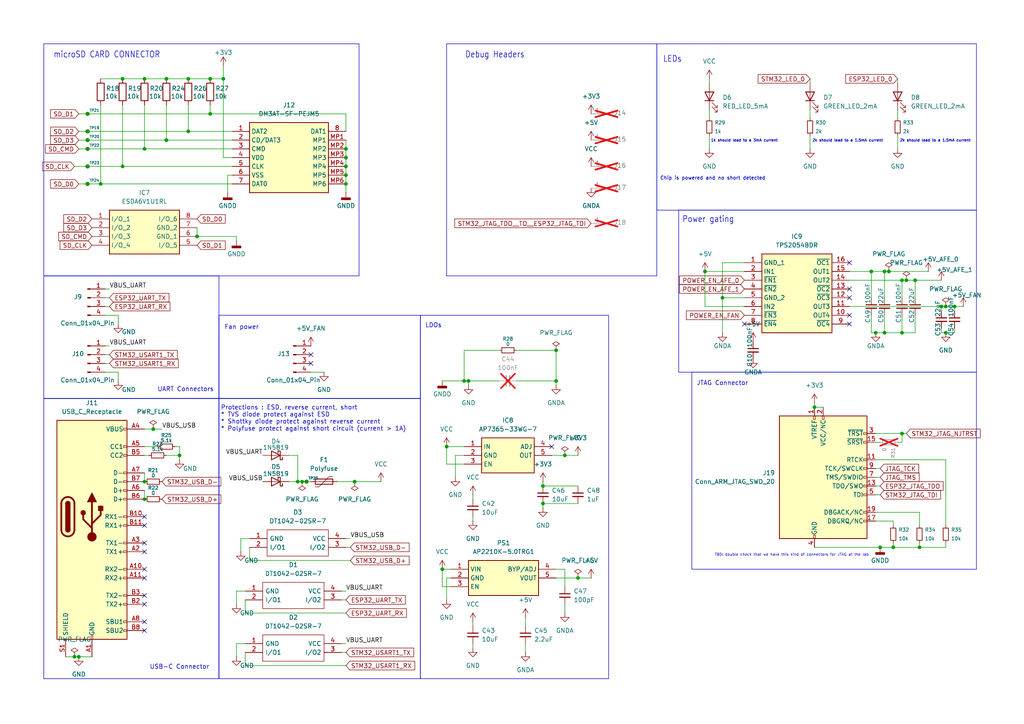
<source format=kicad_sch>
(kicad_sch (version 20250114) (generator "eeschema") (generator_version "9.0")
  (paper "A4")
  (title_block (title "Toxic_Detection_PCB") (date "2026-02-12") (rev "4.1") (company "Company: LNIS") (comment 4 "Author: Paul Capgras"))
  (rectangle (start 190.5 12.7) (end 283.21 60.96))
  (rectangle (start 63.5 115.57) (end 121.92 196.85))
  (rectangle (start 200.66 107.95) (end 283.21 165.1))
  (rectangle (start 12.7 115.57) (end 63.5 196.85))
  (rectangle (start 12.7 12.7) (end 104.14 80.01))
  (rectangle (start 129.54 12.7) (end 190.5 80.01))
  (rectangle (start 196.85 60.96) (end 283.21 107.95))
  (rectangle (start 63.5 91.44) (end 121.92 115.57))
  (rectangle (start 121.92 91.44) (end 176.53 196.85))
  (rectangle (start 12.7 80.01) (end 63.5 115.57))
  (text "Chip is powered and no short detected" (at 206.756 51.816 0) (effects (font (size 1.016 1.016))))
  (text "2k should lead to a 1.5mA current" (at 245.872 40.894 0) (effects (font (size 0.762 0.762))))
  (text "TBD: double check that we have this kind of connectors for JTAG at the lab" (at 229.616 161.036 0) (effects (font (size 0.762 0.762) (thickness 0.0953))))
  (text "LDOs" (at 125.73 94.488 0) (effects (font (size 1.27 1.27))))
  (text "LEDs" (at 192.278 18.288 0) (effects (font (size 1.778 1.5113)) (justify left bottom)))
  (text "Protections : ESD, reverse current, short\n* TVS diode protect against ESD\n* Shottky diode protect against reverse current\n* Polyfuse protect against short circuit (current > 1A)" (at 64.008 125.222 0) (effects (font (size 1.27 1.27)) (justify left bottom)))
  (text "JTAG Connector" (at 209.55 111.252 0) (effects (font (size 1.27 1.27))))
  (text "Fan power" (at 70.104 94.996 0) (effects (font (size 1.27 1.27))))
  (text "Debug Headers" (at 134.874 17.018 0) (effects (font (size 1.778 1.5113)) (justify left bottom)))
  (text "1k should lead to a 3mA current" (at 215.9 40.894 0) (effects (font (size 0.762 0.762))))
  (text "UART Connectors" (at 53.848 113.03 0) (effects (font (size 1.27 1.27))))
  (text "Power gating" (at 197.866 64.77 0) (effects (font (size 1.778 1.5113)) (justify left bottom)))
  (text "USB-C Connector" (at 52.07 193.548 0) (effects (font (size 1.27 1.27))))
  (text "microSD CARD CONNECTOR" (at 15.494 17.018 0) (effects (font (size 1.778 1.5113)) (justify left bottom)))
  (text "2k should lead to a 1.5mA current" (at 271.272 40.894 0) (effects (font (size 0.762 0.762))))
  (junction (at 276.86 88.9))
  (junction (at 161.29 101.6))
  (junction (at 48.26 40.64))
  (junction (at 255.27 158.75))
  (junction (at 256.54 78.74))
  (junction (at 25.4 43.18))
  (junction (at 128.27 165.1))
  (junction (at 100.33 48.26))
  (junction (at 259.08 158.75))
  (junction (at 35.56 48.26))
  (junction (at 273.05 88.9))
  (junction (at 161.29 110.49))
  (junction (at 60.96 33.02))
  (junction (at 261.62 81.28))
  (junction (at 256.54 96.52))
  (junction (at 60.96 22.86))
  (junction (at 252.73 78.74))
  (junction (at 167.64 167.64))
  (junction (at 57.15 68.58))
  (junction (at 261.62 125.73))
  (junction (at 64.77 22.86))
  (junction (at 257.81 78.74))
  (junction (at 135.89 110.49))
  (junction (at 88.9 139.7))
  (junction (at 100.33 45.72))
  (junction (at 25.4 33.02))
  (junction (at 204.47 78.74))
  (junction (at 21.59 190.5))
  (junction (at 25.4 48.26))
  (junction (at 25.4 53.34))
  (junction (at 54.61 22.86))
  (junction (at 134.62 110.49))
  (junction (at 48.26 22.86))
  (junction (at 86.36 139.7))
  (junction (at 266.7 158.75))
  (junction (at 41.91 22.86))
  (junction (at 29.21 53.34))
  (junction (at 261.62 96.52))
  (junction (at 87.63 139.7))
  (junction (at 52.07 132.08))
  (junction (at 209.55 86.36))
  (junction (at 157.48 146.05))
  (junction (at 22.86 190.5))
  (junction (at 41.91 43.18))
  (junction (at 157.48 140.97))
  (junction (at 163.83 132.08))
  (junction (at 100.33 53.34))
  (junction (at 25.4 38.1))
  (junction (at 41.91 144.78))
  (junction (at 41.91 139.7))
  (junction (at 262.89 81.28))
  (junction (at 274.32 96.52))
  (junction (at 102.87 139.7))
  (junction (at 100.33 50.8))
  (junction (at 35.56 22.86))
  (junction (at 236.22 118.11))
  (junction (at 25.4 40.64))
  (junction (at 54.61 38.1))
  (junction (at 100.33 43.18))
  (junction (at 44.45 124.46))
  (junction (at 265.43 81.28))
  (junction (at 129.54 129.54))
  (junction (at 274.32 88.9))
  (junction (at 254 96.52))
  (no_connect (at 41.91 149.86))
  (no_connect (at 41.91 165.1))
  (no_connect (at 41.91 160.02))
  (no_connect (at 215.9 93.98))
  (no_connect (at 90.17 102.87))
  (no_connect (at 41.91 167.64))
  (no_connect (at 90.17 105.41))
  (no_connect (at 41.91 180.34))
  (no_connect (at 246.38 86.36))
  (no_connect (at 41.91 157.48))
  (no_connect (at 160.02 129.54))
  (no_connect (at 41.91 152.4))
  (no_connect (at 246.38 91.44))
  (no_connect (at 41.91 182.88))
  (no_connect (at 246.38 76.2))
  (no_connect (at 246.38 93.98))
  (no_connect (at 246.38 83.82))
  (no_connect (at 41.91 175.26))
  (no_connect (at 41.91 172.72))
  (wire (pts (xy 259.08 158.75) (xy 266.7 158.75)))
  (wire (pts (xy 52.07 129.54) (xy 52.07 132.08)))
  (wire (pts (xy 137.16 151.13) (xy 137.16 149.86)))
  (wire (pts (xy 52.07 133.35) (xy 52.07 132.08)))
  (wire (pts (xy 215.9 88.9) (xy 204.47 88.9)))
  (wire (pts (xy 255.27 140.97) (xy 254 140.97)))
  (wire (pts (xy 41.91 142.24) (xy 41.91 144.78)))
  (wire (pts (xy 137.16 144.78) (xy 137.16 143.51)))
  (wire (pts (xy 274.32 133.35) (xy 274.32 152.4)))
  (wire (pts (xy 260.35 22.86) (xy 260.35 24.13)))
  (wire (pts (xy 161.29 110.49) (xy 161.29 111.76)))
  (wire (pts (xy 274.32 96.52) (xy 273.05 96.52)))
  (wire (pts (xy 25.4 43.18) (xy 41.91 43.18)))
  (wire (pts (xy 48.26 40.64) (xy 67.31 40.64)))
  (wire (pts (xy 260.35 31.75) (xy 260.35 34.29)))
  (wire (pts (xy 255.27 143.51) (xy 254 143.51)))
  (wire (pts (xy 273.05 95.25) (xy 273.05 96.52)))
  (wire (pts (xy 128.27 110.49) (xy 134.62 110.49)))
  (wire (pts (xy 255.27 158.75) (xy 259.08 158.75)))
  (wire (pts (xy 64.77 22.86) (xy 64.77 45.72)))
  (wire (pts (xy 100.33 173.99) (xy 99.06 173.99)))
  (wire (pts (xy 50.8 129.54) (xy 52.07 129.54)))
  (wire (pts (xy 101.6 158.75) (xy 100.33 158.75)))
  (wire (pts (xy 68.58 186.69) (xy 71.12 186.69)))
  (wire (pts (xy 261.62 128.27) (xy 261.62 125.73)))
  (wire (pts (xy 246.38 88.9) (xy 273.05 88.9)))
  (wire (pts (xy 129.54 129.54) (xy 134.62 129.54)))
  (wire (pts (xy 34.29 91.44) (xy 34.29 93.98)))
  (wire (pts (xy 46.99 124.46) (xy 44.45 124.46)))
  (wire (pts (xy 276.86 95.25) (xy 276.86 96.52)))
  (wire (pts (xy 52.07 132.08) (xy 48.26 132.08)))
  (wire (pts (xy 160.02 132.08) (xy 163.83 132.08)))
  (wire (pts (xy 71.12 189.23) (xy 71.12 193.04)))
  (wire (pts (xy 66.04 55.88) (xy 66.04 50.8)))
  (wire (pts (xy 252.73 86.36) (xy 252.73 78.74)))
  (wire (pts (xy 22.86 53.34) (xy 25.4 53.34)))
  (wire (pts (xy 22.86 33.02) (xy 25.4 33.02)))
  (wire (pts (xy 128.27 170.18) (xy 128.27 165.1)))
  (wire (pts (xy 236.22 158.75) (xy 255.27 158.75)))
  (wire (pts (xy 256.54 96.52) (xy 254 96.52)))
  (wire (pts (xy 261.62 81.28) (xy 261.62 86.36)))
  (wire (pts (xy 269.24 78.74) (xy 257.81 78.74)))
  (wire (pts (xy 101.6 156.21) (xy 100.33 156.21)))
  (wire (pts (xy 234.95 39.37) (xy 234.95 43.18)))
  (wire (pts (xy 41.91 43.18) (xy 67.31 43.18)))
  (wire (pts (xy 21.59 190.5) (xy 22.86 190.5)))
  (wire (pts (xy 41.91 30.48) (xy 41.91 43.18)))
  (wire (pts (xy 100.33 186.69) (xy 99.06 186.69)))
  (wire (pts (xy 29.21 30.48) (xy 29.21 53.34)))
  (wire (pts (xy 60.96 30.48) (xy 60.96 33.02)))
  (wire (pts (xy 205.74 22.86) (xy 205.74 24.13)))
  (wire (pts (xy 68.58 69.85) (xy 68.58 68.58)))
  (wire (pts (xy 44.45 124.46) (xy 41.91 124.46)))
  (wire (pts (xy 157.48 140.97) (xy 157.48 139.7)))
  (wire (pts (xy 86.36 139.7) (xy 87.63 139.7)))
  (wire (pts (xy 274.32 88.9) (xy 276.86 88.9)))
  (wire (pts (xy 157.48 146.05) (xy 167.64 146.05)))
  (wire (pts (xy 64.77 19.05) (xy 64.77 22.86)))
  (wire (pts (xy 45.72 129.54) (xy 41.91 129.54)))
  (wire (pts (xy 64.77 45.72) (xy 67.31 45.72)))
  (wire (pts (xy 132.08 132.08) (xy 134.62 132.08)))
  (wire (pts (xy 48.26 22.86) (xy 54.61 22.86)))
  (wire (pts (xy 35.56 48.26) (xy 67.31 48.26)))
  (wire (pts (xy 259.08 151.13) (xy 259.08 152.4)))
  (wire (pts (xy 25.4 38.1) (xy 54.61 38.1)))
  (wire (pts (xy 100.33 53.34) (xy 100.33 55.88)))
  (wire (pts (xy 262.89 125.73) (xy 261.62 125.73)))
  (wire (pts (xy 57.15 66.04) (xy 57.15 68.58)))
  (wire (pts (xy 68.58 171.45) (xy 71.12 171.45)))
  (wire (pts (xy 129.54 173.99) (xy 129.54 167.64)))
  (wire (pts (xy 252.73 91.44) (xy 252.73 96.52)))
  (wire (pts (xy 265.43 81.28) (xy 273.05 81.28)))
  (wire (pts (xy 266.7 158.75) (xy 274.32 158.75)))
  (wire (pts (xy 234.95 22.86) (xy 234.95 24.13)))
  (wire (pts (xy 246.38 78.74) (xy 252.73 78.74)))
  (wire (pts (xy 34.29 107.95) (xy 34.29 110.49)))
  (wire (pts (xy 31.75 86.36) (xy 30.48 86.36)))
  (wire (pts (xy 100.33 43.18) (xy 100.33 45.72)))
  (wire (pts (xy 100.33 50.8) (xy 100.33 53.34)))
  (wire (pts (xy 21.59 48.26) (xy 25.4 48.26)))
  (wire (pts (xy 100.33 48.26) (xy 100.33 50.8)))
  (wire (pts (xy 71.12 193.04) (xy 100.33 193.04)))
  (wire (pts (xy 205.74 31.75) (xy 205.74 34.29)))
  (wire (pts (xy 25.4 33.02) (xy 60.96 33.02)))
  (wire (pts (xy 137.16 181.61) (xy 137.16 180.34)))
  (wire (pts (xy 134.62 101.6) (xy 134.62 110.49)))
  (wire (pts (xy 254 133.35) (xy 274.32 133.35)))
  (wire (pts (xy 68.58 68.58) (xy 57.15 68.58)))
  (wire (pts (xy 31.75 83.82) (xy 30.48 83.82)))
  (wire (pts (xy 48.26 30.48) (xy 48.26 40.64)))
  (wire (pts (xy 246.38 81.28) (xy 261.62 81.28)))
  (wire (pts (xy 261.62 91.44) (xy 261.62 96.52)))
  (wire (pts (xy 274.32 158.75) (xy 274.32 157.48)))
  (wire (pts (xy 163.83 165.1) (xy 163.83 170.18)))
  (wire (pts (xy 86.36 132.08) (xy 86.36 139.7)))
  (wire (pts (xy 54.61 38.1) (xy 67.31 38.1)))
  (wire (pts (xy 261.62 96.52) (xy 256.54 96.52)))
  (wire (pts (xy 276.86 96.52) (xy 274.32 96.52)))
  (wire (pts (xy 266.7 157.48) (xy 266.7 158.75)))
  (wire (pts (xy 236.22 118.11) (xy 238.76 118.11)))
  (wire (pts (xy 30.48 107.95) (xy 34.29 107.95)))
  (wire (pts (xy 31.75 102.87) (xy 30.48 102.87)))
  (wire (pts (xy 273.05 90.17) (xy 273.05 88.9)))
  (wire (pts (xy 22.86 40.64) (xy 25.4 40.64)))
  (wire (pts (xy 35.56 22.86) (xy 41.91 22.86)))
  (wire (pts (xy 29.21 53.34) (xy 67.31 53.34)))
  (wire (pts (xy 100.33 171.45) (xy 99.06 171.45)))
  (wire (pts (xy 163.83 132.08) (xy 167.64 132.08)))
  (wire (pts (xy 35.56 30.48) (xy 35.56 48.26)))
  (wire (pts (xy 274.32 88.9) (xy 273.05 88.9)))
  (wire (pts (xy 254 151.13) (xy 259.08 151.13)))
  (wire (pts (xy 265.43 91.44) (xy 265.43 96.52)))
  (wire (pts (xy 276.86 88.9) (xy 279.4 88.9)))
  (wire (pts (xy 25.4 48.26) (xy 35.56 48.26)))
  (wire (pts (xy 266.7 148.59) (xy 266.7 152.4)))
  (wire (pts (xy 66.04 50.8) (xy 67.31 50.8)))
  (wire (pts (xy 25.4 40.64) (xy 48.26 40.64)))
  (wire (pts (xy 152.4 186.69) (xy 152.4 189.23)))
  (wire (pts (xy 254 148.59) (xy 266.7 148.59)))
  (wire (pts (xy 134.62 134.62) (xy 129.54 134.62)))
  (wire (pts (xy 276.86 88.9) (xy 276.86 90.17)))
  (wire (pts (xy 161.29 167.64) (xy 167.64 167.64)))
  (wire (pts (xy 88.9 139.7) (xy 90.17 139.7)))
  (wire (pts (xy 261.62 125.73) (xy 254 125.73)))
  (wire (pts (xy 209.55 76.2) (xy 209.55 86.36)))
  (wire (pts (xy 205.74 39.37) (xy 205.74 43.18)))
  (wire (pts (xy 31.75 105.41) (xy 30.48 105.41)))
  (wire (pts (xy 41.91 137.16) (xy 41.91 139.7)))
  (wire (pts (xy 100.33 45.72) (xy 100.33 48.26)))
  (wire (pts (xy 157.48 147.32) (xy 157.48 146.05)))
  (wire (pts (xy 87.63 139.7) (xy 88.9 139.7)))
  (wire (pts (xy 22.86 38.1) (xy 25.4 38.1)))
  (wire (pts (xy 137.16 187.96) (xy 137.16 186.69)))
  (wire (pts (xy 256.54 78.74) (xy 256.54 86.36)))
  (wire (pts (xy 68.58 190.5) (xy 68.58 186.69)))
  (wire (pts (xy 134.62 110.49) (xy 135.89 110.49)))
  (wire (pts (xy 204.47 78.74) (xy 215.9 78.74)))
  (wire (pts (xy 161.29 101.6) (xy 161.29 110.49)))
  (wire (pts (xy 129.54 134.62) (xy 129.54 129.54)))
  (wire (pts (xy 257.81 78.74) (xy 256.54 78.74)))
  (wire (pts (xy 215.9 76.2) (xy 209.55 76.2)))
  (wire (pts (xy 72.39 158.75) (xy 72.39 162.56)))
  (wire (pts (xy 256.54 78.74) (xy 252.73 78.74)))
  (wire (pts (xy 255.27 138.43) (xy 254 138.43)))
  (wire (pts (xy 157.48 140.97) (xy 167.64 140.97)))
  (wire (pts (xy 22.86 43.18) (xy 25.4 43.18)))
  (wire (pts (xy 149.86 110.49) (xy 161.29 110.49)))
  (wire (pts (xy 93.98 107.95) (xy 90.17 107.95)))
  (wire (pts (xy 144.78 101.6) (xy 134.62 101.6)))
  (wire (pts (xy 255.27 135.89) (xy 254 135.89)))
  (wire (pts (xy 31.75 88.9) (xy 30.48 88.9)))
  (wire (pts (xy 262.89 81.28) (xy 265.43 81.28)))
  (wire (pts (xy 97.79 139.7) (xy 102.87 139.7)))
  (wire (pts (xy 236.22 116.84) (xy 236.22 118.11)))
  (wire (pts (xy 71.12 173.99) (xy 71.12 177.8)))
  (wire (pts (xy 129.54 167.64) (xy 130.81 167.64)))
  (wire (pts (xy 54.61 22.86) (xy 60.96 22.86)))
  (wire (pts (xy 22.86 190.5) (xy 26.67 190.5)))
  (wire (pts (xy 68.58 175.26) (xy 68.58 171.45)))
  (wire (pts (xy 60.96 22.86) (xy 64.77 22.86)))
  (wire (pts (xy 72.39 162.56) (xy 101.6 162.56)))
  (wire (pts (xy 209.55 96.52) (xy 209.55 86.36)))
  (wire (pts (xy 128.27 165.1) (xy 130.81 165.1)))
  (wire (pts (xy 29.21 22.86) (xy 35.56 22.86)))
  (wire (pts (xy 100.33 38.1) (xy 100.33 33.02)))
  (wire (pts (xy 19.05 190.5) (xy 21.59 190.5)))
  (wire (pts (xy 69.85 156.21) (xy 72.39 156.21)))
  (wire (pts (xy 30.48 91.44) (xy 34.29 91.44)))
  (wire (pts (xy 43.18 132.08) (xy 41.91 132.08)))
  (wire (pts (xy 71.12 177.8) (xy 100.33 177.8)))
  (wire (pts (xy 261.62 81.28) (xy 262.89 81.28)))
  (wire (pts (xy 209.55 86.36) (xy 215.9 86.36)))
  (wire (pts (xy 260.35 128.27) (xy 261.62 128.27)))
  (wire (pts (xy 167.64 167.64) (xy 171.45 167.64)))
  (wire (pts (xy 135.89 111.76) (xy 135.89 110.49)))
  (wire (pts (xy 135.89 110.49) (xy 144.78 110.49)))
  (wire (pts (xy 54.61 30.48) (xy 54.61 38.1)))
  (wire (pts (xy 130.81 170.18) (xy 128.27 170.18)))
  (wire (pts (xy 100.33 40.64) (xy 100.33 43.18)))
  (wire (pts (xy 256.54 91.44) (xy 256.54 96.52)))
  (wire (pts (xy 69.85 160.02) (xy 69.85 156.21)))
  (wire (pts (xy 260.35 39.37) (xy 260.35 43.18)))
  (wire (pts (xy 252.73 96.52) (xy 254 96.52)))
  (wire (pts (xy 265.43 81.28) (xy 265.43 86.36)))
  (wire (pts (xy 100.33 189.23) (xy 99.06 189.23)))
  (wire (pts (xy 265.43 96.52) (xy 261.62 96.52)))
  (wire (pts (xy 83.82 139.7) (xy 86.36 139.7)))
  (wire (pts (xy 41.91 22.86) (xy 48.26 22.86)))
  (wire (pts (xy 102.87 139.7) (xy 110.49 139.7)))
  (wire (pts (xy 259.08 157.48) (xy 259.08 158.75)))
  (wire (pts (xy 132.08 138.43) (xy 132.08 132.08)))
  (wire (pts (xy 161.29 165.1) (xy 163.83 165.1)))
  (wire (pts (xy 83.82 132.08) (xy 86.36 132.08)))
  (wire (pts (xy 234.95 31.75) (xy 234.95 34.29)))
  (wire (pts (xy 204.47 88.9) (xy 204.47 78.74)))
  (wire (pts (xy 60.96 33.02) (xy 100.33 33.02)))
  (wire (pts (xy 254 128.27) (xy 255.27 128.27)))
  (wire (pts (xy 152.4 179.07) (xy 152.4 181.61)))
  (wire (pts (xy 149.86 101.6) (xy 161.29 101.6)))
  (wire (pts (xy 31.75 100.33) (xy 30.48 100.33)))
  (wire (pts (xy 25.4 53.34) (xy 29.21 53.34)))
  (wire (pts (xy 163.83 177.8) (xy 163.83 175.26)))
  (label "VBUS_UART" (at 76.2 132.08 180))
  (label "VBUS_USB" (at 46.99 124.46 0))
  (label "VBUS_UART" (at 100.33 186.69 0))
  (label "VBUS_UART" (at 31.75 83.82 0))
  (label "VBUS_USB" (at 76.2 139.7 180))
  (label "VBUS_UART" (at 100.33 171.45 0))
  (label "VBUS_USB" (at 101.6 156.21 0))
  (label "VBUS_UART" (at 31.75 100.33 0))
  (global_label "STM32_USART1_RX" (shape input) (at 31.75 105.41 0) (property "Intersheetrefs" "${INTERSHEET_REFS}" (effects (hide yes))))
  (global_label "STM32_LED_0" (shape input) (at 234.95 22.86 180) (property "Intersheetrefs" "${INTERSHEET_REFS}" (effects (hide yes))))
  (global_label "ESP32_UART_RX" (shape input) (at 31.75 88.9 0) (property "Intersheetrefs" "${INTERSHEET_REFS}" (effects (hide yes))))
  (global_label "SD_CMD" (shape input) (at 22.86 43.18 180) (effects (font (size 1.2446 1.2446))) (property "Intersheetrefs" "${INTERSHEET_REFS}" (effects (hide yes))))
  (global_label "ESP32_JTAG_TDO" (shape input) (at 255.27 140.97 0) (property "Intersheetrefs" "${INTERSHEET_REFS}" (effects (hide yes))))
  (global_label "ESP32_LED_0" (shape input) (at 260.35 22.86 180) (property "Intersheetrefs" "${INTERSHEET_REFS}" (effects (hide yes))))
  (global_label "SD_CLK" (shape input) (at 21.59 48.26 180) (effects (font (size 1.2446 1.2446))) (property "Intersheetrefs" "${INTERSHEET_REFS}" (effects (hide yes))))
  (global_label "SD_D0" (shape input) (at 22.86 53.34 180) (effects (font (size 1.2446 1.2446))) (property "Intersheetrefs" "${INTERSHEET_REFS}" (effects (hide yes))))
  (global_label "SD_D3" (shape input) (at 22.86 40.64 180) (effects (font (size 1.2446 1.2446))) (property "Intersheetrefs" "${INTERSHEET_REFS}" (effects (hide yes))))
  (global_label "STM32_USB_D-" (shape input) (at 46.99 139.7 0) (property "Intersheetrefs" "${INTERSHEET_REFS}" (effects (hide yes))))
  (global_label "SD_D1" (shape input) (at 22.86 33.02 180) (effects (font (size 1.2446 1.2446))) (property "Intersheetrefs" "${INTERSHEET_REFS}" (effects (hide yes))))
  (global_label "STM32_USB_D-" (shape input) (at 101.6 158.75 0) (property "Intersheetrefs" "${INTERSHEET_REFS}" (effects (hide yes))))
  (global_label "SD_D1" (shape input) (at 57.15 71.12 0) (effects (font (size 1.2446 1.2446))) (property "Intersheetrefs" "${INTERSHEET_REFS}" (effects (hide yes))))
  (global_label "STM32_USART1_RX" (shape input) (at 100.33 193.04 0) (property "Intersheetrefs" "${INTERSHEET_REFS}" (effects (hide yes))))
  (global_label "JTAG_TCK" (shape input) (at 255.27 135.89 0) (property "Intersheetrefs" "${INTERSHEET_REFS}" (effects (hide yes))))
  (global_label "ESP32_UART_TX" (shape input) (at 31.75 86.36 0) (property "Intersheetrefs" "${INTERSHEET_REFS}" (effects (hide yes))))
  (global_label "SD_D2" (shape input) (at 22.86 38.1 180) (effects (font (size 1.2446 1.2446))) (property "Intersheetrefs" "${INTERSHEET_REFS}" (effects (hide yes))))
  (global_label "STM32_USART1_TX" (shape input) (at 31.75 102.87 0) (property "Intersheetrefs" "${INTERSHEET_REFS}" (effects (hide yes))))
  (global_label "STM32_USB_D+" (shape input) (at 101.6 162.56 0) (property "Intersheetrefs" "${INTERSHEET_REFS}" (effects (hide yes))))
  (global_label "STM32_USART1_TX" (shape input) (at 100.33 189.23 0) (property "Intersheetrefs" "${INTERSHEET_REFS}" (effects (hide yes))))
  (global_label "ESP32_UART_RX" (shape input) (at 100.33 177.8 0) (property "Intersheetrefs" "${INTERSHEET_REFS}" (effects (hide yes))))
  (global_label "STM32_JTAG_TDI" (shape input) (at 255.27 143.51 0) (property "Intersheetrefs" "${INTERSHEET_REFS}" (effects (hide yes))))
  (global_label "STM32_JTAG_TDO__TO__ESP32_JTAG_TDI" (shape input) (at 171.45 64.77 180) (property "Intersheetrefs" "${INTERSHEET_REFS}" (effects (hide yes))))
  (global_label "POWER_EN_AFE_1" (shape input) (at 215.9 83.82 180) (property "Intersheetrefs" "${INTERSHEET_REFS}" (effects (hide yes))))
  (global_label "SD_D3" (shape input) (at 26.67 66.04 180) (effects (font (size 1.2446 1.2446))) (property "Intersheetrefs" "${INTERSHEET_REFS}" (effects (hide yes))))
  (global_label "STM32_USB_D+" (shape input) (at 46.99 144.78 0) (property "Intersheetrefs" "${INTERSHEET_REFS}" (effects (hide yes))))
  (global_label "JTAG_TMS" (shape input) (at 255.27 138.43 0) (property "Intersheetrefs" "${INTERSHEET_REFS}" (effects (hide yes))))
  (global_label "SD_CLK" (shape input) (at 26.67 71.12 180) (effects (font (size 1.2446 1.2446))) (property "Intersheetrefs" "${INTERSHEET_REFS}" (effects (hide yes))))
  (global_label "SD_CMD" (shape input) (at 26.67 68.58 180) (effects (font (size 1.2446 1.2446))) (property "Intersheetrefs" "${INTERSHEET_REFS}" (effects (hide yes))))
  (global_label "STM32_JTAG_NJTRST" (shape input) (at 262.89 125.73 0) (property "Intersheetrefs" "${INTERSHEET_REFS}" (effects (hide yes))))
  (global_label "POWER_EN_FAN" (shape input) (at 215.9 91.44 180) (property "Intersheetrefs" "${INTERSHEET_REFS}" (effects (hide yes))))
  (global_label "ESP32_UART_TX" (shape input) (at 100.33 173.99 0) (property "Intersheetrefs" "${INTERSHEET_REFS}" (effects (hide yes))))
  (global_label "POWER_EN_AFE_0" (shape input) (at 215.9 81.28 180) (property "Intersheetrefs" "${INTERSHEET_REFS}" (effects (hide yes))))
  (global_label "SD_D2" (shape input) (at 26.67 63.5 180) (effects (font (size 1.2446 1.2446))) (property "Intersheetrefs" "${INTERSHEET_REFS}" (effects (hide yes))))
  (global_label "SD_D0" (shape input) (at 57.15 63.5 0) (effects (font (size 1.2446 1.2446))) (property "Intersheetrefs" "${INTERSHEET_REFS}" (effects (hide yes))))
  (symbol (lib_id "power:GNDD") (at 128.27 110.49 0) (unit 1)
    (property "Reference" "#PWR0112" (effects (hide yes)))
    (property "Value" "GNDD" (at 128.27 114.3 0))
    (property "Description" "Power symbol creates a global label with name \"GNDD\" , digital ground" (effects (hide yes)))
  )
  (symbol (lib_id "power:GNDA") (at 163.83 177.8 0) (unit 1)
    (property "Reference" "#PWR0127" (effects (hide yes)))
    (property "Value" "GNDA" (at 163.83 182.88 0))
    (property "Description" "Power symbol creates a global label with name \"GNDA\" , analog ground" (effects (hide yes)))
  )
  (symbol (lib_id "Connector:TestPoint_Small") (at 25.4 43.18 0) (unit 1)
    (property "Reference" "TP22" (at 25.908 42.164 0) (effects (font (size 0.762 0.762)) (justify left)))
    (property "Value" "TestPoint_Small" (effects (hide yes)))
    (property "Footprint" "TestPoint:TestPoint_Pad_D1.0mm" (effects (hide yes)))
    (property "Description" "test point" (effects (hide yes)))
  )
  (symbol (lib_id "Device:R_Small") (at 266.7 154.94 0) (unit 1)
    (property "Reference" "R34" (at 268.224 153.67 0) (effects (font (size 1.016 1.016)) (justify left)))
    (property "Value" "10k" (at 268.224 156.21 0) (effects (font (size 1.016 1.016)) (justify left)))
    (property "Footprint" "Resistor_SMD:R_0805_2012Metric_Pad1.20x1.40mm_HandSolder" (effects (hide yes)))
    (property "Description" "Resistor, small symbol" (effects (hide yes)))
  )
  (symbol (lib_id "Connector:Conn_01x04_Pin") (at 25.4 102.87 0) (unit 1)
    (property "Reference" "J10" (at 22.606 102.616 0))
    (property "Value" "Conn_01x04_Pin" (at 25.4 110.236 0))
    (property "Footprint" "Connector_PinHeader_2.54mm:PinHeader_1x04_P2.54mm_Vertical" (effects (hide yes)))
    (property "Description" "Generic connector, single row, 01x04, script generated" (effects (hide yes)))
  )
  (symbol (lib_id "Device:C_Small") (at 218.44 101.6 0) (unit 1)
    (property "Reference" "C10" (at 217.424 106.426 90) (effects (justify left)))
    (property "Value" "100nF" (at 217.424 100.838 90) (effects (justify left)))
    (property "Footprint" "Capacitor_SMD:C_0805_2012Metric_Pad1.18x1.45mm_HandSolder" (effects (hide yes)))
    (property "Description" "Unpolarized capacitor, small symbol" (effects (hide yes)))
  )
  (symbol (lib_id "Device:C_Small") (at 157.48 143.51 0) (unit 1)
    (property "Reference" "C46" (at 160.02 142.2462 0) (effects (justify left)))
    (property "Value" "10uF" (at 160.02 144.7862 0) (effects (justify left)))
    (property "Footprint" "Capacitor_SMD:C_0805_2012Metric_Pad1.18x1.45mm_HandSolder" (effects (hide yes)))
    (property "Description" "Unpolarized capacitor, small symbol" (effects (hide yes)))
  )
  (symbol (lib_id "power:GNDD") (at 68.58 69.85 0) (unit 1)
    (property "Reference" "#PWR0104" (effects (hide yes)))
    (property "Value" "GNDD" (at 68.58 73.66 0))
    (property "Description" "Power symbol creates a global label with name \"GNDD\" , digital ground" (effects (hide yes)))
  )
  (symbol (lib_id "power:+5V") (at 273.05 81.28 0) (unit 1)
    (property "Reference" "#PWR0144" (effects (hide yes)))
    (property "Value" "+5V_AFE_1" (at 276.86 78.232 0))
    (property "Description" "Power symbol creates a global label with name \"+5V\"" (effects (hide yes)))
  )
  (symbol (lib_id "Device:C_Small") (at 276.86 92.71 0) (unit 1)
    (property "Reference" "C54" (at 275.844 97.536 90) (effects (justify left)))
    (property "Value" "100nF" (at 275.844 91.948 90) (effects (justify left)))
    (property "Footprint" "Capacitor_SMD:C_0805_2012Metric_Pad1.18x1.45mm_HandSolder" (effects (hide yes)))
    (property "Description" "Unpolarized capacitor, small symbol" (effects (hide yes)))
  )
  (symbol (lib_id "power:+3V3") (at 157.48 139.7 0) (unit 1)
    (property "Reference" "#PWR0124" (effects (hide yes)))
    (property "Value" "+3V3" (at 157.48 134.62 0))
    (property "Description" "Power symbol creates a global label with name \"+3V3\"" (effects (hide yes)))
  )
  (symbol (lib_id "Connector:Conn_ARM_JTAG_SWD_20") (at 238.76 138.43 0) (unit 1)
    (property "Reference" "J19" (at 224.79 137.1599 0) (effects (justify right)))
    (property "Value" "Conn_ARM_JTAG_SWD_20" (at 224.79 139.6999 0) (effects (justify right)))
    (property "Footprint" "Connector_PinSocket_2.54mm:PinSocket_2x10_P2.54mm_Vertical" (effects (hide yes)))
    (property "Datasheet" "http://infocenter.arm.com/help/topic/com.arm.doc.dui0499b/DUI0499B_system_design_reference.pdf" (effects (hide yes)))
    (property "Description" "Standard IDC20 Pinheader Connector, ARM legacy JTAG and SWD interface" (effects (hide yes)))
  )
  (symbol (lib_id "power:GND") (at 137.16 151.13 0) (unit 1)
    (property "Reference" "#PWR0119" (effects (hide yes)))
    (property "Value" "GND" (at 137.16 156.21 0))
    (property "Description" "Power symbol creates a global label with name \"GND\" , ground" (effects (hide yes)))
  )
  (symbol (lib_id "Connector:Conn_01x01_Pin") (at 176.53 40.64 180) (unit 1) (dnp yes)
    (property "Reference" "J15" (at 179.832 40.386 0))
    (property "Value" "Conn_01x01_Pin" (effects (hide yes)))
    (property "Footprint" "Connector_PinSocket_2.54mm:PinSocket_1x01_P2.54mm_Vertical" (effects (hide yes)))
    (property "Description" "Generic connector, single row, 01x01, script generated" (effects (hide yes)))
  )
  (symbol (lib_id "power:+5V") (at 171.45 167.64 0) (unit 1)
    (property "Reference" "#PWR0133" (effects (hide yes)))
    (property "Value" "+5V" (at 171.45 162.56 0))
    (property "Description" "Power symbol creates a global label with name \"+5V\"" (effects (hide yes)))
  )
  (symbol (lib_id "Device:R_Small") (at 205.74 36.83 0) (unit 1)
    (property "Reference" "R29" (at 207.264 35.56 0) (effects (font (size 1.016 1.016)) (justify left)))
    (property "Value" "1k" (at 207.264 38.1 0) (effects (font (size 1.016 1.016)) (justify left)))
    (property "Footprint" "Resistor_SMD:R_0805_2012Metric_Pad1.20x1.40mm_HandSolder" (effects (hide yes)))
    (property "Description" "Resistor, small symbol" (effects (hide yes)))
  )
  (symbol (lib_id "power:+5V") (at 269.24 78.74 0) (unit 1)
    (property "Reference" "#PWR0143" (effects (hide yes)))
    (property "Value" "+5V_AFE_0" (at 272.796 75.184 0))
    (property "Description" "Power symbol creates a global label with name \"+5V\"" (effects (hide yes)))
  )
  (symbol (lib_id "Device:C_Small") (at 147.32 110.49 90) (unit 1) (dnp yes)
    (property "Reference" "C44" (at 147.3263 104.14 90))
    (property "Value" "100nF" (at 147.3263 106.68 90))
    (property "Footprint" "Capacitor_SMD:C_0805_2012Metric_Pad1.18x1.45mm_HandSolder" (effects (hide yes)))
    (property "Description" "Unpolarized capacitor, small symbol" (effects (hide yes)))
  )
  (symbol (lib_id "Diode:1N5819") (at 80.01 132.08 180) (unit 1)
    (property "Reference" "D4" (at 80.01 128.016 0))
    (property "Value" "1N5819" (at 80.01 129.794 0))
    (property "Footprint" "Diode_SMD:D_SOD-123" (effects (hide yes)))
    (property "Datasheet" "http://www.vishay.com/docs/88525/1n5817.pdf" (effects (hide yes)))
    (property "Description" "40V 1A Schottky Barrier Rectifier Diode, DO-41" (effects (hide yes)))
  )
  (symbol (lib_id "power:GNDD") (at 66.04 55.88 0) (unit 1)
    (property "Reference" "#PWR0103" (effects (hide yes)))
    (property "Value" "GNDD" (at 66.04 59.69 0))
    (property "Description" "Power symbol creates a global label with name \"GNDD\" , digital ground" (effects (hide yes)))
  )
  (symbol (lib_id "Device:C_Small") (at 137.16 147.32 0) (unit 1)
    (property "Reference" "C42" (at 139.7 146.0562 0) (effects (justify left)))
    (property "Value" "10uF" (at 139.7 148.5962 0) (effects (justify left)))
    (property "Footprint" "Capacitor_SMD:C_0805_2012Metric_Pad1.18x1.45mm_HandSolder" (effects (hide yes)))
    (property "Description" "Unpolarized capacitor, small symbol" (effects (hide yes)))
  )
  (symbol (lib_id "power:GND") (at 137.16 187.96 0) (unit 1)
    (property "Reference" "#PWR0121" (effects (hide yes)))
    (property "Value" "GND" (at 137.16 193.04 0))
    (property "Description" "Power symbol creates a global label with name \"GND\" , ground" (effects (hide yes)))
  )
  (symbol (lib_id "DT1042-02SR-7:DT1042-02SR-7") (at 71.12 186.69 0) (unit 1)
    (property "Reference" "D2" (at 85.09 179.07 0))
    (property "Value" "DT1042-02SR-7" (at 85.09 181.61 0))
    (property "Footprint" "USB_ESD_protection:DT104202SR7" (effects (hide yes)))
    (property "Datasheet" "https://4donline.ihs.com/images/VipMasterIC/IC/DIOD/DIOD-S-A0007740115/DIOD-S-A0007740115-1.pdf?hkey=CECEF36DEECDED6468708AAF2E19C0C6" (effects (hide yes)))
    (property "Description" "9V Clamp 6A (8/20s) Ipp Tvs Diode Surface Mount SOT-143 , 0.65pF , -55C ~ 85C" (effects (hide yes)))
    (property "Description_1" "9V Clamp 6A (8/20s) Ipp Tvs Diode Surface Mount SOT-143 , 0.65pF , -55C ~{} 85C" (effects (hide yes)))
    (property "Height" "1.1" (effects (hide yes)))
    (property "Mouser Part Number" "621-DT1042-02SR-7" (effects (hide yes)))
    (property "Mouser Price/Stock" "https://www.mouser.co.uk/ProductDetail/Diodes-Incorporated/DT1042-02SR-7?qs=d9U39LAeJF0XUzMTT2aorQ%3D%3D" (effects (hide yes)))
    (property "Manufacturer_Name" "Diodes Incorporated" (effects (hide yes)))
    (property "Manufacturer_Part_Number" "DT1042-02SR-7" (effects (hide yes)))
  )
  (symbol (lib_id "power:GND") (at 69.85 160.02 0) (unit 1)
    (property "Reference" "#PWR0107" (effects (hide yes)))
    (property "Value" "GND" (at 72.898 162.56 0))
    (property "Description" "Power symbol creates a global label with name \"GND\" , ground" (effects (hide yes)))
  )
  (symbol (lib_id "Device:R_Small") (at 147.32 101.6 90) (unit 1)
    (property "Reference" "R28" (at 147.32 98.298 90) (effects (font (size 1.016 1.016))))
    (property "Value" "0" (at 147.32 99.822 90) (effects (font (size 1.016 1.016))))
    (property "Footprint" "Resistor_SMD:R_0805_2012Metric_Pad1.20x1.40mm_HandSolder" (effects (hide yes)))
    (property "Description" "Resistor, small symbol" (effects (hide yes)))
  )
  (symbol (lib_id "Connector:TestPoint_Small") (at 88.9 139.7 0) (unit 1)
    (property "Reference" "TP25" (at 89.408 138.684 0) (effects (font (size 0.762 0.762)) (justify left)))
    (property "Value" "TestPoint_Small" (effects (hide yes)))
    (property "Footprint" "TestPoint:TestPoint_Pad_D1.0mm" (effects (hide yes)))
    (property "Description" "test point" (effects (hide yes)))
  )
  (symbol (lib_id "power:GND") (at 129.54 173.99 0) (unit 1)
    (property "Reference" "#PWR0115" (effects (hide yes)))
    (property "Value" "GND" (at 129.54 179.07 0))
    (property "Description" "Power symbol creates a global label with name \"GND\" , ground" (effects (hide yes)))
  )
  (symbol (lib_id "power:GND") (at 157.48 147.32 0) (unit 1)
    (property "Reference" "#PWR0125" (effects (hide yes)))
    (property "Value" "GND" (at 157.48 152.4 0))
    (property "Description" "Power symbol creates a global label with name \"GND\" , ground" (effects (hide yes)))
  )
  (symbol (lib_id "Diode:1N5819") (at 80.01 139.7 180) (unit 1)
    (property "Reference" "D5" (at 80.01 135.382 0))
    (property "Value" "1N5819" (at 80.01 137.414 0))
    (property "Footprint" "Diode_SMD:D_SOD-123" (effects (hide yes)))
    (property "Datasheet" "http://www.vishay.com/docs/88525/1n5817.pdf" (effects (hide yes)))
    (property "Description" "40V 1A Schottky Barrier Rectifier Diode, DO-41" (effects (hide yes)))
  )
  (symbol (lib_id "power:VCC") (at 137.16 143.51 0) (unit 1)
    (property "Reference" "#PWR0118" (effects (hide yes)))
    (property "Value" "VCC" (at 137.16 138.43 0))
    (property "Description" "Power symbol creates a global label with name \"VCC\"" (effects (hide yes)))
  )
  (symbol (lib_id "Connector:Conn_01x01_Pin") (at 176.53 33.02 180) (unit 1) (dnp yes)
    (property "Reference" "J14" (at 179.832 32.766 0))
    (property "Value" "Conn_01x01_Pin" (effects (hide yes)))
    (property "Footprint" "Connector_PinSocket_2.54mm:PinSocket_1x01_P2.54mm_Vertical" (effects (hide yes)))
    (property "Description" "Generic connector, single row, 01x01, script generated" (effects (hide yes)))
  )
  (symbol (lib_id "power:VCC") (at 128.27 165.1 0) (unit 1)
    (property "Reference" "#PWR0113" (effects (hide yes)))
    (property "Value" "VCC" (at 128.27 160.02 0))
    (property "Description" "Power symbol creates a global label with name \"VCC\"" (effects (hide yes)))
  )
  (symbol (lib_id "power:PWR_FLAG") (at 21.59 190.5 0) (unit 1)
    (property "Reference" "#FLG01" (effects (hide yes)))
    (property "Value" "PWR_FLAG" (at 21.59 185.42 0))
    (property "Description" "Special symbol for telling ERC where power comes from" (effects (hide yes)))
  )
  (symbol (lib_id "power:+5V") (at 152.4 179.07 0) (unit 1)
    (property "Reference" "#PWR0122" (effects (hide yes)))
    (property "Value" "+5V" (at 152.4 173.99 0))
    (property "Description" "Power symbol creates a global label with name \"+5V\"" (effects (hide yes)))
  )
  (symbol (lib_id "power:GND") (at 52.07 133.35 0) (unit 1)
    (property "Reference" "#PWR0101" (effects (hide yes)))
    (property "Value" "GND" (at 55.118 135.89 0))
    (property "Description" "Power symbol creates a global label with name \"GND\" , ground" (effects (hide yes)))
  )
  (symbol (lib_id "Device:C_Small") (at 137.16 184.15 0) (unit 1)
    (property "Reference" "C43" (at 139.7 182.8862 0) (effects (justify left)))
    (property "Value" "10uF" (at 139.7 185.4262 0) (effects (justify left)))
    (property "Footprint" "Capacitor_SMD:C_0805_2012Metric_Pad1.18x1.45mm_HandSolder" (effects (hide yes)))
    (property "Description" "Unpolarized capacitor, small symbol" (effects (hide yes)))
  )
  (symbol (lib_id "ESDA6V1U1RL:ESDA6V1U1RL") (at 26.67 63.5 0) (unit 1)
    (property "Reference" "IC7" (at 41.91 55.88 0))
    (property "Value" "ESDA6V1U1RL" (at 41.91 58.42 0))
    (property "Footprint" "TVS_diodes:SOIC127P600X175-8N" (effects (hide yes)))
    (property "Datasheet" "https://www.st.com/resource/en/datasheet/esda6v1u1.pdf" (effects (hide yes)))
    (property "Description" "TVS Diode Array Uni-Directional ESDA6V1U1RL Hex, 200W SOIC 8-Pin" (effects (hide yes)))
    (property "Height" "1.75" (effects (hide yes)))
    (property "Mouser Part Number" "511-ESDA6V1U1-TR" (effects (hide yes)))
    (property "Mouser Price/Stock" "https://www.mouser.co.uk/ProductDetail/STMicroelectronics/ESDA6V1U1RL?qs=jM0G0S7oE2ijLJcZLKDOhQ%3D%3D" (effects (hide yes)))
    (property "Manufacturer_Name" "STMicroelectronics" (effects (hide yes)))
    (property "Manufacturer_Part_Number" "ESDA6V1U1RL" (effects (hide yes)))
  )
  (symbol (lib_id "Device:R") (at 60.96 26.67 0) (unit 1)
    (property "Reference" "R27" (at 62.484 25.654 0) (effects (justify left)))
    (property "Value" "10k" (at 62.23 27.94 0) (effects (justify left)))
    (property "Footprint" "Resistor_SMD:R_0805_2012Metric_Pad1.20x1.40mm_HandSolder" (effects (hide yes)))
    (property "Description" "Resistor" (effects (hide yes)))
  )
  (symbol (lib_id "power:+5V") (at 204.47 78.74 0) (unit 1)
    (property "Reference" "#PWR0134" (effects (hide yes)))
    (property "Value" "+5V" (at 204.47 73.66 0))
    (property "Description" "Power symbol creates a global label with name \"+5V\"" (effects (hide yes)))
  )
  (symbol (lib_id "power:GNDA") (at 209.55 96.52 0) (unit 1)
    (property "Reference" "#PWR0137" (effects (hide yes)))
    (property "Value" "GNDA" (at 209.55 100.33 0))
    (property "Description" "Power symbol creates a global label with name \"GNDA\" , analog ground" (effects (hide yes)))
  )
  (symbol (lib_name "+3V3_2") (lib_id "power:+3V3") (at 64.77 19.05 0) (unit 1)
    (property "Reference" "#PWR0102" (effects (hide yes)))
    (property "Value" "+3V3" (at 64.77 15.24 0))
    (property "Description" "Power symbol creates a global label with name \"+3V3\"" (effects (hide yes)))
  )
  (symbol (lib_id "DM3AT-SF-PEJM5:DM3AT-SF-PEJM5") (at 67.31 38.1 0) (unit 1)
    (property "Reference" "J12" (at 83.82 30.48 0))
    (property "Value" "DM3AT-SF-PEJM5" (at 83.82 33.02 0))
    (property "Footprint" "SD card holder:DM3ATSFPEJM5" (effects (hide yes)))
    (property "Datasheet" "https://datasheet.lcsc.com/szlcsc/Hirose-HRS-DM3AT-SF-PEJM5_C114218.pdf" (effects (hide yes)))
    (property "Description" "Memory Card Connectors R/A SMT MICROSD CON PUSH-PUSH TOP BRDMNT" (effects (hide yes)))
    (property "Height" "1.83" (effects (hide yes)))
    (property "Mouser Part Number" "798-DM3AT-SF-PEJM5" (effects (hide yes)))
    (property "Mouser Price/Stock" "https://www.mouser.co.uk/ProductDetail/Hirose-Connector/DM3AT-SF-PEJM5?qs=LZSZKJVF%252B2WTDKp%252BR7IYAQ%3D%3D" (effects (hide yes)))
    (property "Manufacturer_Name" "Hirose" (effects (hide yes)))
    (property "Manufacturer_Part_Number" "DM3AT-SF-PEJM5" (effects (hide yes)))
  )
  (symbol (lib_id "power:PWR_FLAG") (at 87.63 139.7 180) (unit 1)
    (property "Reference" "#FLG03" (effects (hide yes)))
    (property "Value" "PWR_FLAG" (at 87.63 144.78 0))
    (property "Description" "Special symbol for telling ERC where power comes from" (effects (hide yes)))
  )
  (symbol (lib_id "Device:R_Small") (at 260.35 36.83 0) (unit 1)
    (property "Reference" "R33" (at 261.874 35.56 0) (effects (font (size 1.016 1.016)) (justify left)))
    (property "Value" "2k" (at 261.874 38.1 0) (effects (font (size 1.016 1.016)) (justify left)))
    (property "Footprint" "Resistor_SMD:R_0805_2012Metric_Pad1.20x1.40mm_HandSolder" (effects (hide yes)))
    (property "Description" "Resistor, small symbol" (effects (hide yes)))
  )
  (symbol (lib_id "power:GND") (at 205.74 43.18 0) (unit 1)
    (property "Reference" "#PWR0136" (effects (hide yes)))
    (property "Value" "GND" (at 205.74 48.26 0))
    (property "Description" "Power symbol creates a global label with name \"GND\" , ground" (effects (hide yes)))
  )
  (symbol (lib_id "power:PWR_FLAG") (at 257.81 78.74 0) (unit 1)
    (property "Reference" "#FLG08" (effects (hide yes)))
    (property "Value" "PWR_FLAG" (at 257.81 73.66 0))
    (property "Description" "Special symbol for telling ERC where power comes from" (effects (hide yes)))
  )
  (symbol (lib_id "power:GND") (at 234.95 43.18 0) (unit 1)
    (property "Reference" "#PWR0138" (effects (hide yes)))
    (property "Value" "GND" (at 234.95 48.26 0))
    (property "Description" "Power symbol creates a global label with name \"GND\" , ground" (effects (hide yes)))
  )
  (symbol (lib_id "power:+3V3") (at 236.22 116.84 0) (unit 1)
    (property "Reference" "#PWR0139" (effects (hide yes)))
    (property "Value" "+3V3" (at 236.22 111.76 0))
    (property "Description" "Power symbol creates a global label with name \"+3V3\"" (effects (hide yes)))
  )
  (symbol (lib_id "power:VCC") (at 171.45 48.26 0) (unit 1)
    (property "Reference" "#PWR0131" (effects (hide yes)))
    (property "Value" "VCC" (at 171.45 43.18 0))
    (property "Description" "Power symbol creates a global label with name \"VCC\"" (effects (hide yes)))
  )
  (symbol (lib_id "power:+5V") (at 171.45 40.64 0) (unit 1)
    (property "Reference" "#PWR0130" (effects (hide yes)))
    (property "Value" "+5V" (at 171.45 35.56 0))
    (property "Description" "Power symbol creates a global label with name \"+5V\"" (effects (hide yes)))
  )
  (symbol (lib_id "power:GNDA") (at 218.44 104.14 0) (unit 1)
    (property "Reference" "#PWR032" (effects (hide yes)))
    (property "Value" "GNDA" (at 218.44 107.95 0))
    (property "Description" "Power symbol creates a global label with name \"GNDA\" , analog ground" (effects (hide yes)))
  )
  (symbol (lib_id "power:GND") (at 274.32 96.52 0) (unit 1)
    (property "Reference" "#PWR0145" (effects (hide yes)))
    (property "Value" "GND" (at 274.32 101.6 0))
    (property "Description" "Power symbol creates a global label with name \"GND\" , ground" (effects (hide yes)))
  )
  (symbol (lib_id "power:PWR_FLAG") (at 274.32 88.9 0) (unit 1)
    (property "Reference" "#FLG010" (effects (hide yes)))
    (property "Value" "PWR_FLAG" (at 274.32 83.82 0))
    (property "Description" "Special symbol for telling ERC where power comes from" (effects (hide yes)))
  )
  (symbol (lib_id "Connector:Conn_01x01_Pin") (at 176.53 64.77 180) (unit 1) (dnp yes)
    (property "Reference" "J18" (at 179.832 64.516 0))
    (property "Value" "Conn_01x01_Pin" (effects (hide yes)))
    (property "Footprint" "Connector_PinSocket_2.54mm:PinSocket_1x01_P2.54mm_Vertical" (effects (hide yes)))
    (property "Description" "Generic connector, single row, 01x01, script generated" (effects (hide yes)))
  )
  (symbol (lib_id "Device:R_Small") (at 44.45 139.7 90) (unit 1)
    (property "Reference" "R21" (at 44.45 136.398 90) (effects (font (size 1.016 1.016))))
    (property "Value" "0" (at 44.45 137.922 90) (effects (font (size 1.016 1.016))))
    (property "Footprint" "Resistor_SMD:R_0805_2012Metric_Pad1.20x1.40mm_HandSolder" (effects (hide yes)))
    (property "Description" "Resistor, small symbol" (effects (hide yes)))
  )
  (symbol (lib_id "power:GND") (at 68.58 190.5 0) (unit 1)
    (property "Reference" "#PWR0106" (effects (hide yes)))
    (property "Value" "GND" (at 71.628 193.04 0))
    (property "Description" "Power symbol creates a global label with name \"GND\" , ground" (effects (hide yes)))
  )
  (symbol (lib_id "DT1042-02SR-7:DT1042-02SR-7") (at 72.39 156.21 0) (unit 1)
    (property "Reference" "D3" (at 86.36 148.59 0))
    (property "Value" "DT1042-02SR-7" (at 86.36 151.13 0))
    (property "Footprint" "USB_ESD_protection:DT104202SR7" (effects (hide yes)))
    (property "Datasheet" "https://4donline.ihs.com/images/VipMasterIC/IC/DIOD/DIOD-S-A0007740115/DIOD-S-A0007740115-1.pdf?hkey=CECEF36DEECDED6468708AAF2E19C0C6" (effects (hide yes)))
    (property "Description" "9V Clamp 6A (8/20s) Ipp Tvs Diode Surface Mount SOT-143 , 0.65pF , -55C ~ 85C" (effects (hide yes)))
    (property "Description_1" "9V Clamp 6A (8/20s) Ipp Tvs Diode Surface Mount SOT-143 , 0.65pF , -55C ~{} 85C" (effects (hide yes)))
    (property "Height" "1.1" (effects (hide yes)))
    (property "Mouser Part Number" "621-DT1042-02SR-7" (effects (hide yes)))
    (property "Mouser Price/Stock" "https://www.mouser.co.uk/ProductDetail/Diodes-Incorporated/DT1042-02SR-7?qs=d9U39LAeJF0XUzMTT2aorQ%3D%3D" (effects (hide yes)))
    (property "Manufacturer_Name" "Diodes Incorporated" (effects (hide yes)))
    (property "Manufacturer_Part_Number" "DT1042-02SR-7" (effects (hide yes)))
  )
  (symbol (lib_id "power:PWR_FLAG") (at 102.87 139.7 180) (unit 1)
    (property "Reference" "#FLG04" (effects (hide yes)))
    (property "Value" "PWR_FLAG" (at 102.87 144.78 0))
    (property "Description" "Special symbol for telling ERC where power comes from" (effects (hide yes)))
  )
  (symbol (lib_id "power:VCC") (at 129.54 129.54 0) (unit 1)
    (property "Reference" "#PWR0114" (effects (hide yes)))
    (property "Value" "VCC" (at 129.54 124.46 0))
    (property "Description" "Power symbol creates a global label with name \"VCC\"" (effects (hide yes)))
  )
  (symbol (lib_id "Device:R_Small") (at 48.26 129.54 90) (unit 1)
    (property "Reference" "R25" (at 48.26 126.238 90) (effects (font (size 1.016 1.016))))
    (property "Value" "5.1k" (at 48.26 127.762 90) (effects (font (size 1.016 1.016))))
    (property "Footprint" "Resistor_SMD:R_0805_2012Metric_Pad1.20x1.40mm_HandSolder" (effects (hide yes)))
    (property "Description" "Resistor, small symbol" (effects (hide yes)))
  )
  (symbol (lib_id "Device:C_Small") (at 265.43 88.9 0) (unit 1)
    (property "Reference" "C52" (at 264.414 93.726 90) (effects (justify left)))
    (property "Value" "22uF" (at 264.414 88.138 90) (effects (justify left)))
    (property "Footprint" "Capacitor_SMD:C_0805_2012Metric_Pad1.18x1.45mm_HandSolder" (effects (hide yes)))
    (property "Description" "Unpolarized capacitor, small symbol" (effects (hide yes)))
  )
  (symbol (lib_id "Device:R_Small") (at 259.08 154.94 0) (unit 1)
    (property "Reference" "R32" (at 260.604 153.67 0) (effects (font (size 1.016 1.016)) (justify left)))
    (property "Value" "10k" (at 260.604 156.21 0) (effects (font (size 1.016 1.016)) (justify left)))
    (property "Footprint" "Resistor_SMD:R_0805_2012Metric_Pad1.20x1.40mm_HandSolder" (effects (hide yes)))
    (property "Description" "Resistor, small symbol" (effects (hide yes)))
  )
  (symbol (lib_id "Device:C_Small") (at 261.62 88.9 0) (unit 1)
    (property "Reference" "C51" (at 260.604 93.726 90) (effects (justify left)))
    (property "Value" "100nF" (at 260.604 88.138 90) (effects (justify left)))
    (property "Footprint" "Capacitor_SMD:C_0805_2012Metric_Pad1.18x1.45mm_HandSolder" (effects (hide yes)))
    (property "Description" "Unpolarized capacitor, small symbol" (effects (hide yes)))
  )
  (symbol (lib_id "Connector:Conn_01x04_Pin") (at 25.4 86.36 0) (unit 1)
    (property "Reference" "J9" (at 22.606 86.106 0))
    (property "Value" "Conn_01x04_Pin" (at 25.4 93.726 0))
    (property "Footprint" "Connector_PinHeader_2.54mm:PinHeader_1x04_P2.54mm_Vertical" (effects (hide yes)))
    (property "Description" "Generic connector, single row, 01x04, script generated" (effects (hide yes)))
  )
  (symbol (lib_id "power:+5V") (at 279.4 88.9 0) (unit 1)
    (property "Reference" "#PWR0146" (effects (hide yes)))
    (property "Value" "+5V_FAN" (at 280.416 85.598 0))
    (property "Description" "Power symbol creates a global label with name \"+5V\"" (effects (hide yes)))
  )
  (symbol (lib_id "AP7365-33WG-7:AP7365-33WG-7") (at 134.62 129.54 0) (unit 1)
    (property "Reference" "IC8" (at 147.32 121.92 0))
    (property "Value" "AP7365-33WG-7" (at 147.32 124.46 0))
    (property "Footprint" "LDO 3.3V:SOT95P285X130-5N" (effects (hide yes)))
    (property "Datasheet" "https://componentsearchengine.com/Datasheets/1/AP7365-33WG-7.pdf" (effects (hide yes)))
    (property "Description" "DiodesZetex AP7365-33WG-7, LDO Voltage Regulator, 600mA, 3.3 V +/-2%, 2  6 Vin, 5-Pin SOT-25" (effects (hide yes)))
    (property "Height" "1.3" (effects (hide yes)))
    (property "Mouser Part Number" "621-AP7365-33WG-7" (effects (hide yes)))
    (property "Mouser Price/Stock" "https://www.mouser.co.uk/ProductDetail/Diodes-Incorporated/AP7365-33WG-7?qs=abZ1nkZpTuOZFvxvoFPL0w%3D%3D" (effects (hide yes)))
    (property "Manufacturer_Name" "Diodes Incorporated" (effects (hide yes)))
    (property "Manufacturer_Part_Number" "AP7365-33WG-7" (effects (hide yes)))
  )
  (symbol (lib_id "power:VCC") (at 110.49 139.7 0) (unit 1)
    (property "Reference" "#PWR0111" (effects (hide yes)))
    (property "Value" "VCC" (at 110.49 134.62 0))
    (property "Description" "Power symbol creates a global label with name \"VCC\"" (effects (hide yes)))
  )
  (symbol (lib_id "Device:R") (at 48.26 26.67 0) (unit 1)
    (property "Reference" "R24" (at 49.784 25.654 0) (effects (justify left)))
    (property "Value" "10k" (at 49.53 27.94 0) (effects (justify left)))
    (property "Footprint" "Resistor_SMD:R_0805_2012Metric_Pad1.20x1.40mm_HandSolder" (effects (hide yes)))
    (property "Description" "Resistor" (effects (hide yes)))
  )
  (symbol (lib_id "Device:R_Small") (at 274.32 154.94 0) (unit 1)
    (property "Reference" "R35" (at 275.844 153.67 0) (effects (font (size 1.016 1.016)) (justify left)))
    (property "Value" "10k" (at 275.844 156.21 0) (effects (font (size 1.016 1.016)) (justify left)))
    (property "Footprint" "Resistor_SMD:R_0805_2012Metric_Pad1.20x1.40mm_HandSolder" (effects (hide yes)))
    (property "Description" "Resistor, small symbol" (effects (hide yes)))
  )
  (symbol (lib_id "Device:R") (at 41.91 26.67 0) (unit 1)
    (property "Reference" "R20" (at 43.434 25.654 0) (effects (justify left)))
    (property "Value" "10k" (at 43.18 27.94 0) (effects (justify left)))
    (property "Footprint" "Resistor_SMD:R_0805_2012Metric_Pad1.20x1.40mm_HandSolder" (effects (hide yes)))
    (property "Description" "Resistor" (effects (hide yes)))
  )
  (symbol (lib_id "power:GNDA") (at 161.29 111.76 0) (unit 1)
    (property "Reference" "#PWR0126" (effects (hide yes)))
    (property "Value" "GNDA" (at 161.29 116.84 0))
    (property "Description" "Power symbol creates a global label with name \"GNDA\" , analog ground" (effects (hide yes)))
  )
  (symbol (lib_id "Connector:TestPoint_Small") (at 25.4 40.64 0) (unit 1)
    (property "Reference" "TP20" (at 25.908 39.624 0) (effects (font (size 0.762 0.762)) (justify left)))
    (property "Value" "TestPoint_Small" (effects (hide yes)))
    (property "Footprint" "TestPoint:TestPoint_Pad_D1.0mm" (effects (hide yes)))
    (property "Description" "test point" (effects (hide yes)))
  )
  (symbol (lib_id "Device:R") (at 54.61 26.67 0) (unit 1)
    (property "Reference" "R26" (at 56.134 25.654 0) (effects (justify left)))
    (property "Value" "10k" (at 55.88 27.94 0) (effects (justify left)))
    (property "Footprint" "Resistor_SMD:R_0805_2012Metric_Pad1.20x1.40mm_HandSolder" (effects (hide yes)))
    (property "Description" "Resistor" (effects (hide yes)))
  )
  (symbol (lib_id "Device:C_Small") (at 167.64 143.51 0) (unit 1)
    (property "Reference" "C48" (at 170.18 142.2462 0) (effects (justify left)))
    (property "Value" "1uF" (at 170.18 144.7862 0) (effects (justify left)))
    (property "Footprint" "Capacitor_SMD:C_0805_2012Metric_Pad1.18x1.45mm_HandSolder" (effects (hide yes)))
    (property "Description" "Unpolarized capacitor, small symbol" (effects (hide yes)))
  )
  (symbol (lib_id "Device:LED") (at 234.95 27.94 90) (unit 1)
    (property "Reference" "D7" (at 238.76 28.2574 90) (effects (justify right)))
    (property "Value" "GREEN_LED_2mA" (at 238.76 30.7974 90) (effects (justify right)))
    (property "Footprint" "LED Green:LEDC2012X120N" (effects (hide yes)))
    (property "Description" "Light emitting diode" (effects (hide yes)))
    (property "Sim.Pins" "1=K 2=A" (effects (hide yes)))
  )
  (symbol (lib_id "power:GND") (at 22.86 190.5 0) (unit 1)
    (property "Reference" "#PWR098" (effects (hide yes)))
    (property "Value" "GND" (at 22.86 195.58 0))
    (property "Description" "Power symbol creates a global label with name \"GND\" , ground" (effects (hide yes)))
  )
  (symbol (lib_id "Device:R_Small") (at 44.45 144.78 90) (unit 1)
    (property "Reference" "R22" (at 44.45 141.478 90) (effects (font (size 1.016 1.016))))
    (property "Value" "0" (at 44.45 143.002 90) (effects (font (size 1.016 1.016))))
    (property "Footprint" "Resistor_SMD:R_0805_2012Metric_Pad1.20x1.40mm_HandSolder" (effects (hide yes)))
    (property "Description" "Resistor, small symbol" (effects (hide yes)))
  )
  (symbol (lib_id "power:GNDA") (at 254 96.52 0) (unit 1)
    (property "Reference" "#PWR0140" (effects (hide yes)))
    (property "Value" "GNDA" (at 254 100.33 0))
    (property "Description" "Power symbol creates a global label with name \"GNDA\" , analog ground" (effects (hide yes)))
  )
  (symbol (lib_id "Device:C_Small") (at 273.05 92.71 0) (unit 1)
    (property "Reference" "C53" (at 272.034 97.536 90) (effects (justify left)))
    (property "Value" "22uF" (at 272.034 91.948 90) (effects (justify left)))
    (property "Footprint" "Capacitor_SMD:C_0805_2012Metric_Pad1.18x1.45mm_HandSolder" (effects (hide yes)))
    (property "Description" "Unpolarized capacitor, small symbol" (effects (hide yes)))
  )
  (symbol (lib_id "AP2210K-5_0TRG1:AP2210K-5.0TRG1") (at 130.81 165.1 0) (unit 1)
    (property "Reference" "PS1" (at 146.05 157.48 0))
    (property "Value" "AP2210K-5.0TRG1" (at 146.05 160.02 0))
    (property "Footprint" "LDO 5V:SOT95P282X145-5N" (effects (hide yes)))
    (property "Datasheet" "https://www.diodes.com//assets/Datasheets/AP2210.pdf" (effects (hide yes)))
    (property "Description" "LDO Voltage Regulators 300mA CMOS LDO 5.0V 250mV" (effects (hide yes)))
    (property "Height" "1.45" (effects (hide yes)))
    (property "Mouser Part Number" "621-AP2210K-5.0TRG1" (effects (hide yes)))
    (property "Mouser Price/Stock" "https://www.mouser.co.uk/ProductDetail/Diodes-Incorporated/AP2210K-5.0TRG1?qs=x6A8l6qLYDCAXUjYnFg7HQ%3D%3D" (effects (hide yes)))
    (property "Manufacturer_Name" "Diodes Incorporated" (effects (hide yes)))
    (property "Manufacturer_Part_Number" "AP2210K-5.0TRG1" (effects (hide yes)))
  )
  (symbol (lib_id "power:GNDD") (at 255.27 158.75 0) (unit 1)
    (property "Reference" "#PWR0141" (effects (hide yes)))
    (property "Value" "GNDD" (at 255.27 162.56 0))
    (property "Description" "Power symbol creates a global label with name \"GNDD\" , digital ground" (effects (hide yes)))
  )
  (symbol (lib_id "Device:R") (at 35.56 26.67 0) (unit 1)
    (property "Reference" "R19" (at 37.084 25.654 0) (effects (justify left)))
    (property "Value" "10k" (at 36.83 27.94 0) (effects (justify left)))
    (property "Footprint" "Resistor_SMD:R_0805_2012Metric_Pad1.20x1.40mm_HandSolder" (effects (hide yes)))
    (property "Description" "Resistor" (effects (hide yes)))
  )
  (symbol (lib_id "power:GND") (at 34.29 93.98 0) (unit 1)
    (property "Reference" "#PWR099" (effects (hide yes)))
    (property "Value" "GND" (at 37.338 96.266 0))
    (property "Description" "Power symbol creates a global label with name \"GND\" , ground" (effects (hide yes)))
  )
  (symbol (lib_id "DT1042-02SR-7:DT1042-02SR-7") (at 71.12 171.45 0) (unit 1)
    (property "Reference" "D1" (at 85.09 163.83 0))
    (property "Value" "DT1042-02SR-7" (at 85.09 166.37 0))
    (property "Footprint" "USB_ESD_protection:DT104202SR7" (effects (hide yes)))
    (property "Datasheet" "https://4donline.ihs.com/images/VipMasterIC/IC/DIOD/DIOD-S-A0007740115/DIOD-S-A0007740115-1.pdf?hkey=CECEF36DEECDED6468708AAF2E19C0C6" (effects (hide yes)))
    (property "Description" "9V Clamp 6A (8/20s) Ipp Tvs Diode Surface Mount SOT-143 , 0.65pF , -55C ~ 85C" (effects (hide yes)))
    (property "Description_1" "9V Clamp 6A (8/20s) Ipp Tvs Diode Surface Mount SOT-143 , 0.65pF , -55C ~{} 85C" (effects (hide yes)))
    (property "Height" "1.1" (effects (hide yes)))
    (property "Mouser Part Number" "621-DT1042-02SR-7" (effects (hide yes)))
    (property "Mouser Price/Stock" "https://www.mouser.co.uk/ProductDetail/Diodes-Incorporated/DT1042-02SR-7?qs=d9U39LAeJF0XUzMTT2aorQ%3D%3D" (effects (hide yes)))
    (property "Manufacturer_Name" "Diodes Incorporated" (effects (hide yes)))
    (property "Manufacturer_Part_Number" "DT1042-02SR-7" (effects (hide yes)))
  )
  (symbol (lib_id "power:PWR_FLAG") (at 167.64 167.64 0) (unit 1)
    (property "Reference" "#FLG07" (effects (hide yes)))
    (property "Value" "PWR_FLAG" (at 167.64 162.56 0))
    (property "Description" "Special symbol for telling ERC where power comes from" (effects (hide yes)))
  )
  (symbol (lib_id "Device:Polyfuse") (at 93.98 139.7 90) (unit 1)
    (property "Reference" "F1" (at 93.98 133.35 90))
    (property "Value" "Polyfuse" (at 93.98 135.89 90))
    (property "Footprint" "Fuse:Fuse_1210_3225Metric_Pad1.42x2.65mm_HandSolder" (effects (hide yes)))
    (property "Description" "Resettable fuse, polymeric positive temperature coefficient" (effects (hide yes)))
  )
  (symbol (lib_id "Device:LED") (at 205.74 27.94 90) (unit 1)
    (property "Reference" "D6" (at 209.55 28.2574 90) (effects (justify right)))
    (property "Value" "RED_LED_5mA" (at 209.55 30.7974 90) (effects (justify right)))
    (property "Footprint" "LED Green:LEDC2012X120N" (effects (hide yes)))
    (property "Description" "Light emitting diode" (effects (hide yes)))
    (property "Sim.Pins" "1=K 2=A" (effects (hide yes)))
  )
  (symbol (lib_id "power:PWR_FLAG") (at 163.83 132.08 0) (unit 1)
    (property "Reference" "#FLG06" (effects (hide yes)))
    (property "Value" "PWR_FLAG" (at 163.83 127 0))
    (property "Description" "Special symbol for telling ERC where power comes from" (effects (hide yes)))
  )
  (symbol (lib_id "Device:C_Small") (at 163.83 172.72 0) (unit 1)
    (property "Reference" "C47" (at 166.37 171.4562 0) (effects (justify left)))
    (property "Value" "100pF" (at 166.37 173.9962 0) (effects (justify left)))
    (property "Footprint" "Capacitor_SMD:C_0805_2012Metric_Pad1.18x1.45mm_HandSolder" (effects (hide yes)))
    (property "Description" "Unpolarized capacitor, small symbol" (effects (hide yes)))
  )
  (symbol (lib_id "power:+3V3") (at 167.64 132.08 0) (unit 1)
    (property "Reference" "#PWR0128" (effects (hide yes)))
    (property "Value" "+3V3" (at 167.64 127 0))
    (property "Description" "Power symbol creates a global label with name \"+3V3\"" (effects (hide yes)))
  )
  (symbol (lib_id "Connector:Conn_01x04_Pin") (at 85.09 102.87 0) (unit 1)
    (property "Reference" "J13" (at 82.296 102.616 0))
    (property "Value" "Conn_01x04_Pin" (at 85.09 110.236 0))
    (property "Footprint" "Connector_PinHeader_2.54mm:PinHeader_1x04_P2.54mm_Vertical" (effects (hide yes)))
    (property "Description" "Generic connector, single row, 01x04, script generated" (effects (hide yes)))
  )
  (symbol (lib_id "Connector:TestPoint_Small") (at 25.4 48.26 0) (unit 1)
    (property "Reference" "TP23" (at 25.908 47.244 0) (effects (font (size 0.762 0.762)) (justify left)))
    (property "Value" "TestPoint_Small" (effects (hide yes)))
    (property "Footprint" "TestPoint:TestPoint_Pad_D1.0mm" (effects (hide yes)))
    (property "Description" "test point" (effects (hide yes)))
  )
  (symbol (lib_id "Device:LED") (at 260.35 27.94 90) (unit 1)
    (property "Reference" "D8" (at 264.16 28.2574 90) (effects (justify right)))
    (property "Value" "GREEN_LED_2mA" (at 264.16 30.7974 90) (effects (justify right)))
    (property "Footprint" "LED Green:LEDC2012X120N" (effects (hide yes)))
    (property "Description" "Light emitting diode" (effects (hide yes)))
    (property "Sim.Pins" "1=K 2=A" (effects (hide yes)))
  )
  (symbol (lib_id "power:+3V3") (at 171.45 33.02 0) (unit 1)
    (property "Reference" "#PWR0129" (effects (hide yes)))
    (property "Value" "+3V3" (at 171.45 27.94 0))
    (property "Description" "Power symbol creates a global label with name \"+3V3\"" (effects (hide yes)))
  )
  (symbol (lib_id "Connector:USB_C_Receptacle") (at 26.67 149.86 0) (unit 1)
    (property "Reference" "J11" (at 26.67 116.84 0))
    (property "Value" "USB_C_Receptacle" (at 26.67 119.38 0))
    (property "Footprint" "Connector_USB:USB_C_Receptacle_GCT_USB4105-xx-A_16P_TopMnt_Horizontal" (effects (hide yes)))
    (property "Datasheet" "https://www.usb.org/sites/default/files/documents/usb_type-c.zip" (effects (hide yes)))
    (property "Description" "USB Full-Featured Type-C Receptacle connector" (effects (hide yes)))
  )
  (symbol (lib_id "Device:R_Small") (at 45.72 132.08 90) (unit 1)
    (property "Reference" "R23" (at 45.72 128.778 90) (effects (font (size 1.016 1.016))))
    (property "Value" "5.1k" (at 45.72 130.302 90) (effects (font (size 1.016 1.016))))
    (property "Footprint" "Resistor_SMD:R_0805_2012Metric_Pad1.20x1.40mm_HandSolder" (effects (hide yes)))
    (property "Description" "Resistor, small symbol" (effects (hide yes)))
  )
  (symbol (lib_id "Connector:Conn_01x01_Pin") (at 176.53 54.61 180) (unit 1) (dnp yes)
    (property "Reference" "J17" (at 179.832 54.356 0))
    (property "Value" "Conn_01x01_Pin" (effects (hide yes)))
    (property "Footprint" "Connector_PinSocket_2.54mm:PinSocket_1x01_P2.54mm_Vertical" (effects (hide yes)))
    (property "Description" "Generic connector, single row, 01x01, script generated" (effects (hide yes)))
  )
  (symbol (lib_id "power:GNDA") (at 171.45 54.61 0) (unit 1)
    (property "Reference" "#PWR0132" (effects (hide yes)))
    (property "Value" "GNDA" (at 171.45 59.69 0))
    (property "Description" "Power symbol creates a global label with name \"GNDA\" , analog ground" (effects (hide yes)))
  )
  (symbol (lib_id "power:GND") (at 260.35 43.18 0) (unit 1)
    (property "Reference" "#PWR0142" (effects (hide yes)))
    (property "Value" "GND" (at 260.35 48.26 0))
    (property "Description" "Power symbol creates a global label with name \"GND\" , ground" (effects (hide yes)))
  )
  (symbol (lib_id "Device:C_Small") (at 256.54 88.9 0) (unit 1)
    (property "Reference" "C50" (at 255.524 93.726 90) (effects (justify left)))
    (property "Value" "22uF" (at 255.524 88.138 90) (effects (justify left)))
    (property "Footprint" "Capacitor_SMD:C_0805_2012Metric_Pad1.18x1.45mm_HandSolder" (effects (hide yes)))
    (property "Description" "Unpolarized capacitor, small symbol" (effects (hide yes)))
  )
  (symbol (lib_id "Device:R_Small") (at 257.81 128.27 270) (unit 1) (dnp yes)
    (property "Reference" "R31" (at 259.08 129.794 0) (effects (font (size 1.016 1.016)) (justify left)))
    (property "Value" "0" (at 256.54 129.794 0) (effects (font (size 1.016 1.016)) (justify left)))
    (property "Footprint" "Resistor_SMD:R_0805_2012Metric_Pad1.20x1.40mm_HandSolder" (effects (hide yes)))
    (property "Description" "Resistor, small symbol" (effects (hide yes)))
  )
  (symbol (lib_id "power:VCC") (at 137.16 180.34 0) (unit 1)
    (property "Reference" "#PWR0120" (effects (hide yes)))
    (property "Value" "VCC" (at 137.16 175.26 0))
    (property "Description" "Power symbol creates a global label with name \"VCC\"" (effects (hide yes)))
  )
  (symbol (lib_id "Device:C_Small") (at 152.4 184.15 0) (unit 1)
    (property "Reference" "C45" (at 154.94 182.8862 0) (effects (justify left)))
    (property "Value" "2.2uF" (at 154.94 185.4262 0) (effects (justify left)))
    (property "Footprint" "Capacitor_SMD:C_0805_2012Metric_Pad1.18x1.45mm_HandSolder" (effects (hide yes)))
    (property "Description" "Unpolarized capacitor, small symbol" (effects (hide yes)))
  )
  (symbol (lib_id "power:PWR_FLAG") (at 262.89 81.28 0) (unit 1)
    (property "Reference" "#FLG09" (effects (hide yes)))
    (property "Value" "PWR_FLAG" (at 262.89 76.2 0))
    (property "Description" "Special symbol for telling ERC where power comes from" (effects (hide yes)))
  )
  (symbol (lib_id "power:PWR_FLAG") (at 44.45 124.46 0) (unit 1)
    (property "Reference" "#FLG02" (effects (hide yes)))
    (property "Value" "PWR_FLAG" (at 44.45 119.38 0))
    (property "Description" "Special symbol for telling ERC where power comes from" (effects (hide yes)))
  )
  (symbol (lib_id "TPS2054BDR:TPS2054BDR") (at 215.9 76.2 0) (unit 1)
    (property "Reference" "IC9" (at 231.14 68.58 0))
    (property "Value" "TPS2054BDR" (at 231.14 71.12 0))
    (property "Footprint" "Power Gating TPS2054BDR:SOIC127P600X175-16N" (effects (hide yes)))
    (property "Datasheet" "http://www.ti.com/lit/gpn/tps2054b" (effects (hide yes)))
    (property "Description" "Quad Current-Limited Power-Distribution Switches" (effects (hide yes)))
    (property "Height" "1.75" (effects (hide yes)))
    (property "Mouser Part Number" "595-TPS2054BDR" (effects (hide yes)))
    (property "Mouser Price/Stock" "https://www.mouser.co.uk/ProductDetail/Texas-Instruments/TPS2054BDR?qs=D8ivcil3VuyT4fCLpnAlBw%3D%3D" (effects (hide yes)))
    (property "Manufacturer_Name" "Texas Instruments" (effects (hide yes)))
    (property "Manufacturer_Part_Number" "TPS2054BDR" (effects (hide yes)))
  )
  (symbol (lib_id "Device:R_Small") (at 234.95 36.83 0) (unit 1)
    (property "Reference" "R30" (at 236.474 35.56 0) (effects (font (size 1.016 1.016)) (justify left)))
    (property "Value" "2k" (at 236.474 38.1 0) (effects (font (size 1.016 1.016)) (justify left)))
    (property "Footprint" "Resistor_SMD:R_0805_2012Metric_Pad1.20x1.40mm_HandSolder" (effects (hide yes)))
    (property "Description" "Resistor, small symbol" (effects (hide yes)))
  )
  (symbol (lib_id "power:GND") (at 93.98 107.95 0) (unit 1)
    (property "Reference" "#PWR0109" (effects (hide yes)))
    (property "Value" "GND" (at 93.98 113.03 0))
    (property "Description" "Power symbol creates a global label with name \"GND\" , ground" (effects (hide yes)))
  )
  (symbol (lib_id "power:+5V") (at 218.44 99.06 0) (unit 1)
    (property "Reference" "#PWR024" (effects (hide yes)))
    (property "Value" "+5V" (at 218.44 93.98 0))
    (property "Description" "Power symbol creates a global label with name \"+5V\"" (effects (hide yes)))
  )
  (symbol (lib_id "power:PWR_FLAG") (at 161.29 101.6 0) (unit 1)
    (property "Reference" "#FLG05" (effects (hide yes)))
    (property "Value" "PWR_FLAG" (at 161.29 96.52 0))
    (property "Description" "Special symbol for telling ERC where power comes from" (effects (hide yes)))
  )
  (symbol (lib_id "Connector:TestPoint_Small") (at 25.4 38.1 0) (unit 1)
    (property "Reference" "TP19" (at 25.908 37.084 0) (effects (font (size 0.762 0.762)) (justify left)))
    (property "Value" "TestPoint_Small" (effects (hide yes)))
    (property "Footprint" "TestPoint:TestPoint_Pad_D1.0mm" (effects (hide yes)))
    (property "Description" "test point" (effects (hide yes)))
  )
  (symbol (lib_id "power:GND") (at 68.58 175.26 0) (unit 1)
    (property "Reference" "#PWR0105" (effects (hide yes)))
    (property "Value" "GND" (at 71.628 177.8 0))
    (property "Description" "Power symbol creates a global label with name \"GND\" , ground" (effects (hide yes)))
  )
  (symbol (lib_id "Connector:TestPoint_Small") (at 25.4 33.02 0) (unit 1)
    (property "Reference" "TP21" (at 25.908 32.004 0) (effects (font (size 0.762 0.762)) (justify left)))
    (property "Value" "TestPoint_Small" (effects (hide yes)))
    (property "Footprint" "TestPoint:TestPoint_Pad_D1.0mm" (effects (hide yes)))
    (property "Description" "test point" (effects (hide yes)))
  )
  (symbol (lib_id "power:GNDD") (at 100.33 55.88 0) (unit 1)
    (property "Reference" "#PWR0110" (effects (hide yes)))
    (property "Value" "GNDD" (at 100.33 59.69 0))
    (property "Description" "Power symbol creates a global label with name \"GNDD\" , digital ground" (effects (hide yes)))
  )
  (symbol (lib_id "power:GND") (at 34.29 110.49 0) (unit 1)
    (property "Reference" "#PWR0100" (effects (hide yes)))
    (property "Value" "GND" (at 37.338 113.03 0))
    (property "Description" "Power symbol creates a global label with name \"GND\" , ground" (effects (hide yes)))
  )
  (symbol (lib_id "Device:C_Small") (at 252.73 88.9 0) (unit 1)
    (property "Reference" "C49" (at 251.714 93.726 90) (effects (justify left)))
    (property "Value" "100nF" (at 251.714 88.138 90) (effects (justify left)))
    (property "Footprint" "Capacitor_SMD:C_0805_2012Metric_Pad1.18x1.45mm_HandSolder" (effects (hide yes)))
    (property "Description" "Unpolarized capacitor, small symbol" (effects (hide yes)))
  )
  (symbol (lib_id "power:GND") (at 132.08 138.43 0) (unit 1)
    (property "Reference" "#PWR0116" (effects (hide yes)))
    (property "Value" "GND" (at 132.08 143.51 0))
    (property "Description" "Power symbol creates a global label with name \"GND\" , ground" (effects (hide yes)))
  )
  (symbol (lib_id "Device:R") (at 29.21 26.67 0) (unit 1)
    (property "Reference" "R18" (at 30.734 25.654 0) (effects (justify left)))
    (property "Value" "10k" (at 30.48 27.94 0) (effects (justify left)))
    (property "Footprint" "Resistor_SMD:R_0805_2012Metric_Pad1.20x1.40mm_HandSolder" (effects (hide yes)))
    (property "Description" "Resistor" (effects (hide yes)))
  )
  (symbol (lib_id "power:VCC") (at 205.74 22.86 0) (unit 1)
    (property "Reference" "#PWR0135" (effects (hide yes)))
    (property "Value" "VCC" (at 205.74 17.78 0))
    (property "Description" "Power symbol creates a global label with name \"VCC\"" (effects (hide yes)))
  )
  (symbol (lib_id "power:+5V") (at 90.17 100.33 0) (unit 1)
    (property "Reference" "#PWR0108" (effects (hide yes)))
    (property "Value" "+5V_FAN" (at 90.17 95.25 0))
    (property "Description" "Power symbol creates a global label with name \"+5V\"" (effects (hide yes)))
  )
  (symbol (lib_id "Connector:Conn_01x01_Pin") (at 176.53 48.26 180) (unit 1) (dnp yes)
    (property "Reference" "J16" (at 179.832 48.006 0))
    (property "Value" "Conn_01x01_Pin" (effects (hide yes)))
    (property "Footprint" "Connector_PinSocket_2.54mm:PinSocket_1x01_P2.54mm_Vertical" (effects (hide yes)))
    (property "Description" "Generic connector, single row, 01x01, script generated" (effects (hide yes)))
  )
  (symbol (lib_id "power:GND") (at 135.89 111.76 0) (unit 1)
    (property "Reference" "#PWR0117" (effects (hide yes)))
    (property "Value" "GND" (at 135.89 116.84 0))
    (property "Description" "Power symbol creates a global label with name \"GND\" , ground" (effects (hide yes)))
  )
  (symbol (lib_id "Connector:TestPoint_Small") (at 25.4 53.34 0) (unit 1)
    (property "Reference" "TP24" (at 25.908 52.324 0) (effects (font (size 0.762 0.762)) (justify left)))
    (property "Value" "TestPoint_Small" (effects (hide yes)))
    (property "Footprint" "TestPoint:TestPoint_Pad_D1.0mm" (effects (hide yes)))
    (property "Description" "test point" (effects (hide yes)))
  )
  (symbol (lib_id "power:GNDA") (at 152.4 189.23 0) (unit 1)
    (property "Reference" "#PWR0123" (effects (hide yes)))
    (property "Value" "GNDA" (at 152.4 194.31 0))
    (property "Description" "Power symbol creates a global label with name \"GNDA\" , analog ground" (effects (hide yes)))
  )
)
</source>
